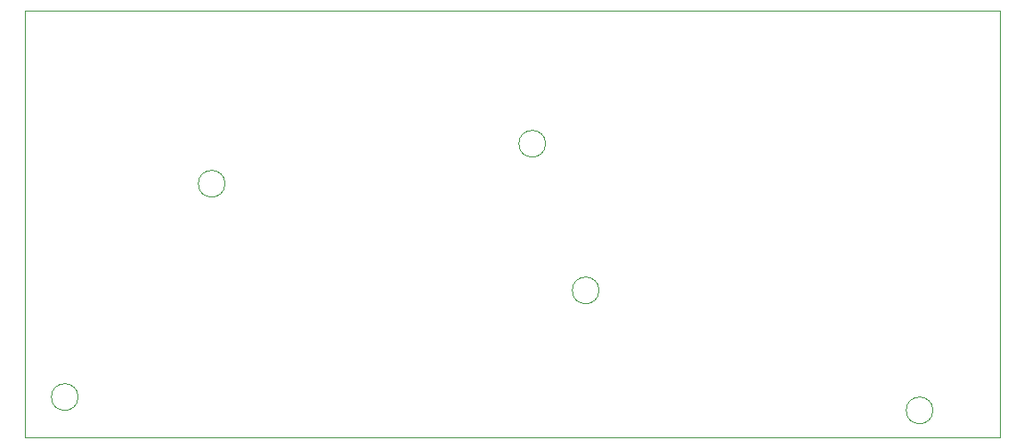
<source format=gbr>
%TF.GenerationSoftware,KiCad,Pcbnew,9.0.0*%
%TF.CreationDate,2025-03-10T22:05:16+01:00*%
%TF.ProjectId,BigBrother_Telerupteur,42696742-726f-4746-9865-725f54656c65,rev?*%
%TF.SameCoordinates,Original*%
%TF.FileFunction,Profile,NP*%
%FSLAX46Y46*%
G04 Gerber Fmt 4.6, Leading zero omitted, Abs format (unit mm)*
G04 Created by KiCad (PCBNEW 9.0.0) date 2025-03-10 22:05:16*
%MOMM*%
%LPD*%
G01*
G04 APERTURE LIST*
%TA.AperFunction,Profile*%
%ADD10C,0.050000*%
%TD*%
G04 APERTURE END LIST*
D10*
X153670000Y-73660000D02*
X246380000Y-73660000D01*
X246380000Y-114300000D01*
X153670000Y-114300000D01*
X153670000Y-73660000D01*
X158750000Y-110490000D02*
G75*
G02*
X156210000Y-110490000I-1270000J0D01*
G01*
X156210000Y-110490000D02*
G75*
G02*
X158750000Y-110490000I1270000J0D01*
G01*
X240030000Y-111760000D02*
G75*
G02*
X237490000Y-111760000I-1270000J0D01*
G01*
X237490000Y-111760000D02*
G75*
G02*
X240030000Y-111760000I1270000J0D01*
G01*
X172720000Y-90170000D02*
G75*
G02*
X170180000Y-90170000I-1270000J0D01*
G01*
X170180000Y-90170000D02*
G75*
G02*
X172720000Y-90170000I1270000J0D01*
G01*
X208280000Y-100330000D02*
G75*
G02*
X205740000Y-100330000I-1270000J0D01*
G01*
X205740000Y-100330000D02*
G75*
G02*
X208280000Y-100330000I1270000J0D01*
G01*
X203200000Y-86360000D02*
G75*
G02*
X200660000Y-86360000I-1270000J0D01*
G01*
X200660000Y-86360000D02*
G75*
G02*
X203200000Y-86360000I1270000J0D01*
G01*
M02*

</source>
